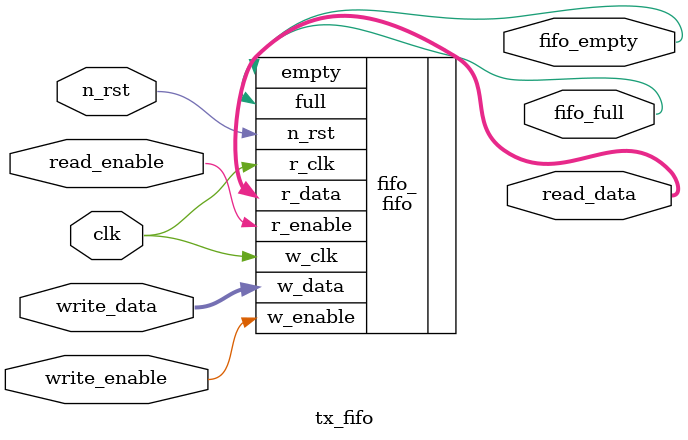
<source format=sv>
module tx_fifo
(
	input wire clk,
	input wire n_rst,
	input wire read_enable,
	input wire write_enable,
	input wire [7:0]write_data,
	output reg [7:0]read_data,
	output reg fifo_empty,
	output reg fifo_full
);
	
	fifo fifo_ (.r_clk(clk),.w_clk(clk),.n_rst(n_rst),.r_enable(read_enable),.w_enable(write_enable),.w_data(write_data),.r_data(read_data),.empty(fifo_empty),.full(fifo_full));
	


endmodule
</source>
